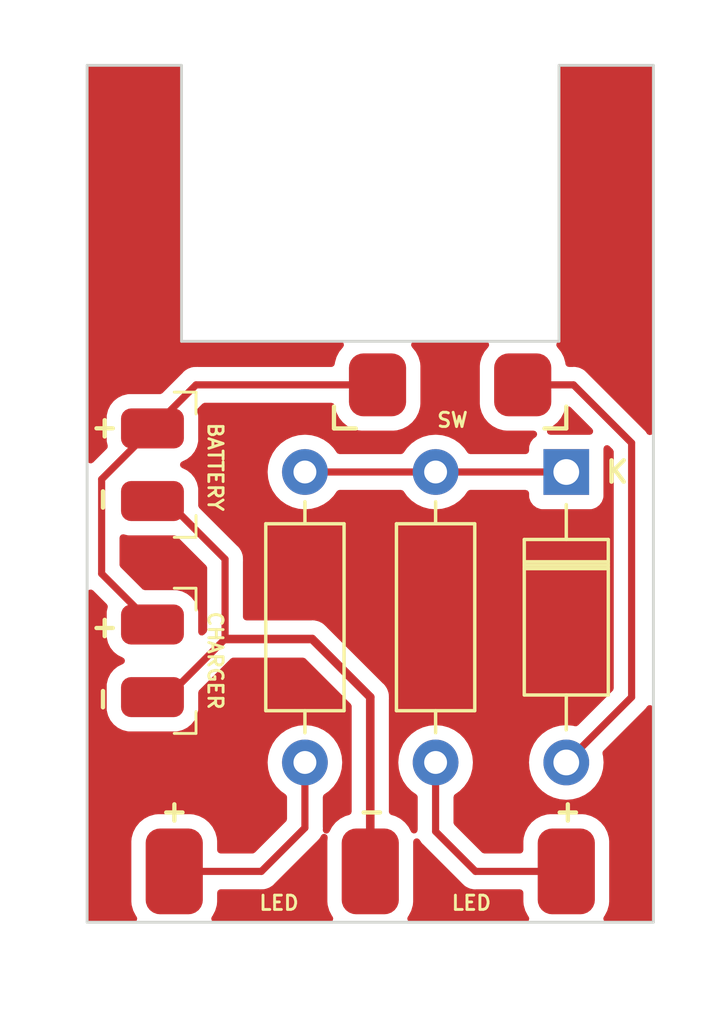
<source format=kicad_pcb>
(kicad_pcb (version 20221018) (generator pcbnew)
  (layers (0 "F.Cu" signal) (31 "B.Cu" signal) (34 "B.Paste" user) (35 "F.Paste" user) (36 "B.SilkS" user "B.Silkscreen") (37 "F.SilkS" user "F.Silkscreen") (38 "B.Mask" user) (39 "F.Mask" user) (44 "Edge.Cuts" user))
  (net 0 "")
  (net 1 "VCC")
  (net 2 "GND")
  (net 3 "LED")
  (footprint "" (layer "F.Cu") (at 108.204 78.994)
    (fp_text reference "" (at 0 0) (layer "F.SilkS") (effects (font (size 1.27 1.27))))
    (fp_text value "" (at 0 0) (layer "F.SilkS") (effects (font (size 1.27 1.27))))
    (pad "" connect roundrect (at 0 0) (size 2 3) (layers "F.Cu" "F.Mask") (net 3 "LED"))
  )
  (footprint "" (layer "F.Cu") (at 101.346 78.994)
    (fp_text reference "" (at 0 0) (layer "F.SilkS") (effects (font (size 1.27 1.27))))
    (fp_text value "" (at 0 0) (layer "F.SilkS") (effects (font (size 1.27 1.27))))
    (pad "" connect roundrect (at 0 0) (size 2 3) (layers "F.Cu" "F.Mask") (net 2 "GND"))
  )
  (footprint "" (layer "F.Cu") (at 93.726 70.358 90)
    (fp_text reference "" (at 0 0 90) (layer "F.SilkS") (effects (font (size 1.27 1.27))))
    (fp_text value "" (at 0 0 90) (layer "F.SilkS") (effects (font (size 1.27 1.27))))
    (pad "" connect roundrect (at 0 0 90) (size 1.4 2.2) (layers "F.Cu" "F.Mask") (net 1 "VCC"))
  )
  (footprint "" (layer "F.Cu") (at 93.726 72.898 90)
    (fp_text reference "" (at 0 0 90) (layer "F.SilkS") (effects (font (size 1.27 1.27))))
    (fp_text value "" (at 0 0 90) (layer "F.SilkS") (effects (font (size 1.27 1.27))))
    (pad "" connect roundrect (at 0 0 90) (size 1.4 2.2) (layers "F.Cu" "F.Mask") (net 2 "GND"))
  )
  (footprint "Resistor_THT:R_Axial_DIN0207_L6.3mm_D2.5mm_P10.16mm_Horizontal" (layer "F.Cu") (at 99.06 75.184 90)
    (fp_text reference "REF**" hide)
    (fp_text value "R_Axial_DIN0207_L6.3mm_D2.5mm_P10.16mm_Horizontal" hide)
    (fp_line (start 1.04 0) (end 1.81 0) (stroke (width 0.12)) (layer "F.SilkS"))
    (fp_line (start 1.81 -1.37) (end 1.81 1.37) (stroke (width 0.12)) (layer "F.SilkS"))
    (fp_line (start 1.81 1.37) (end 8.35 1.37) (stroke (width 0.12)) (layer "F.SilkS"))
    (fp_line (start 8.35 -1.37) (end 1.81 -1.37) (stroke (width 0.12)) (layer "F.SilkS"))
    (fp_line (start 8.35 1.37) (end 8.35 -1.37) (stroke (width 0.12)) (layer "F.SilkS"))
    (fp_line (start 9.12 0) (end 8.35 0) (stroke (width 0.12)) (layer "F.SilkS"))
    (pad "1" thru_hole circle (at 0 0 90) (size 1.6 1.6) (drill 0.8) (layers "*.Cu" "*.Mask") (net 3 "LED"))
    (pad "2" thru_hole oval (at 10.16 0 90) (size 1.6 1.6) (drill 0.8) (layers "*.Cu" "*.Mask") (net 1 "VCC"))
  )
  (footprint "" (layer "F.Cu") (at 101.6 61.976)
    (fp_text reference "" (at 0 0) (layer "F.SilkS") (effects (font (size 1.27 1.27))))
    (fp_text value "" (at 0 0) (layer "F.SilkS") (effects (font (size 1.27 1.27))))
    (pad "" connect roundrect (at 0 0) (size 2 2.2) (layers "F.Cu" "F.Mask") (net 1 "VCC"))
  )
  (footprint "Diode_THT:D_A-405_P10.16mm_Horizontal" (layer "F.Cu") (at 108.204 65.024 -90)
    (fp_text reference "REF**" hide)
    (fp_text value "D_A-405_P10.16mm_Horizontal" hide)
    (fp_text user "K" (at 0 -1.778 180) (layer "F.SilkS") (effects (font (size 0.75 0.75))))
    (fp_line (start 1.14 0) (end 2.36 0) (stroke (width 0.12)) (layer "F.SilkS"))
    (fp_line (start 2.36 -1.47) (end 2.36 1.47) (stroke (width 0.12)) (layer "F.SilkS"))
    (fp_line (start 2.36 1.47) (end 7.8 1.47) (stroke (width 0.12)) (layer "F.SilkS"))
    (fp_line (start 3.14 -1.47) (end 3.14 1.47) (stroke (width 0.12)) (layer "F.SilkS"))
    (fp_line (start 3.26 -1.47) (end 3.26 1.47) (stroke (width 0.12)) (layer "F.SilkS"))
    (fp_line (start 3.38 -1.47) (end 3.38 1.47) (stroke (width 0.12)) (layer "F.SilkS"))
    (fp_line (start 7.8 -1.47) (end 2.36 -1.47) (stroke (width 0.12)) (layer "F.SilkS"))
    (fp_line (start 7.8 1.47) (end 7.8 -1.47) (stroke (width 0.12)) (layer "F.SilkS"))
    (fp_line (start 9.02 0) (end 7.8 0) (stroke (width 0.12)) (layer "F.SilkS"))
    (pad "1" thru_hole rect (at 0 0 270) (size 1.6 1.6) (drill 0.9) (layers "*.Cu" "*.Mask") (net 1 "VCC"))
    (pad "2" thru_hole oval (at 10.16 0 270) (size 1.6 1.6) (drill 0.9) (layers "*.Cu" "*.Mask") (net 1 "VCC"))
  )
  (footprint "Resistor_THT:R_Axial_DIN0207_L6.3mm_D2.5mm_P10.16mm_Horizontal" (layer "F.Cu") (at 103.632 75.184 90)
    (fp_text reference "REF**" hide)
    (fp_text value "R_Axial_DIN0207_L6.3mm_D2.5mm_P10.16mm_Horizontal" hide)
    (fp_line (start 1.04 0) (end 1.81 0) (stroke (width 0.12)) (layer "F.SilkS"))
    (fp_line (start 1.81 -1.37) (end 1.81 1.37) (stroke (width 0.12)) (layer "F.SilkS"))
    (fp_line (start 1.81 1.37) (end 8.35 1.37) (stroke (width 0.12)) (layer "F.SilkS"))
    (fp_line (start 8.35 -1.37) (end 1.81 -1.37) (stroke (width 0.12)) (layer "F.SilkS"))
    (fp_line (start 8.35 1.37) (end 8.35 -1.37) (stroke (width 0.12)) (layer "F.SilkS"))
    (fp_line (start 9.12 0) (end 8.35 0) (stroke (width 0.12)) (layer "F.SilkS"))
    (pad "1" thru_hole circle (at 0 0 90) (size 1.6 1.6) (drill 0.8) (layers "*.Cu" "*.Mask") (net 3 "LED"))
    (pad "2" thru_hole oval (at 10.16 0 90) (size 1.6 1.6) (drill 0.8) (layers "*.Cu" "*.Mask") (net 1 "VCC"))
  )
  (footprint "" (layer "F.Cu") (at 93.726 66.04 90)
    (fp_text reference "" (at 0 0 90) (layer "F.SilkS") (effects (font (size 1.27 1.27))))
    (fp_text value "" (at 0 0 90) (layer "F.SilkS") (effects (font (size 1.27 1.27))))
    (pad "" connect roundrect (at 0 0 90) (size 1.4 2.2) (layers "F.Cu" "F.Mask") (net 2 "GND"))
  )
  (footprint "" (layer "F.Cu") (at 93.726 63.5 90)
    (fp_text reference "" (at 0 0 90) (layer "F.SilkS") (effects (font (size 1.27 1.27))))
    (fp_text value "" (at 0 0 90) (layer "F.SilkS") (effects (font (size 1.27 1.27))))
    (pad "" connect roundrect (at 0 0 90) (size 1.4 2.2) (layers "F.Cu" "F.Mask") (net 1 "VCC"))
  )
  (footprint "" (layer "F.Cu") (at 94.488 78.994)
    (fp_text reference "" (at 0 0) (layer "F.SilkS") (effects (font (size 1.27 1.27))))
    (fp_text value "" (at 0 0) (layer "F.SilkS") (effects (font (size 1.27 1.27))))
    (pad "" connect roundrect (at 0 0) (size 2 3) (layers "F.Cu" "F.Mask") (net 3 "LED"))
  )
  (footprint "" (layer "F.Cu") (at 106.68 61.976)
    (fp_text reference "" (at 0 0) (layer "F.SilkS") (effects (font (size 1.27 1.27))))
    (fp_text value "" (at 0 0) (layer "F.SilkS") (effects (font (size 1.27 1.27))))
    (pad "" connect roundrect (at 0 0) (size 2 2.2) (layers "F.Cu" "F.Mask") (net 1 "VCC"))
  )
  (gr_line (start 100.076 63.5) (end 100.838 63.5) (stroke (width 0.15)) (layer "F.SilkS"))
  (gr_line (start 95.25 73.406) (end 95.25 74.168) (stroke (width 0.1)) (layer "F.SilkS"))
  (gr_line (start 108.204 63.5) (end 108.204 62.738) (stroke (width 0.15)) (layer "F.SilkS"))
  (gr_line (start 95.25 74.168) (end 94.488 74.168) (stroke (width 0.1)) (layer "F.SilkS"))
  (gr_line (start 94.488 62.23) (end 95.25 62.23) (stroke (width 0.1)) (layer "F.SilkS"))
  (gr_line (start 95.25 66.548) (end 95.25 67.31) (stroke (width 0.1)) (layer "F.SilkS"))
  (gr_line (start 107.442 63.5) (end 108.204 63.5) (stroke (width 0.15)) (layer "F.SilkS"))
  (gr_line (start 100.076 62.738) (end 100.076 63.5) (stroke (width 0.15)) (layer "F.SilkS"))
  (gr_line (start 95.25 62.23) (end 95.25 62.992) (stroke (width 0.1)) (layer "F.SilkS"))
  (gr_line (start 95.25 69.088) (end 95.25 69.85) (stroke (width 0.1)) (layer "F.SilkS"))
  (gr_line (start 95.25 67.31) (end 94.488 67.31) (stroke (width 0.1)) (layer "F.SilkS"))
  (gr_line (start 94.488 69.088) (end 95.25 69.088) (stroke (width 0.1)) (layer "F.SilkS"))
  (gr_line (start 111.252 80.772) (end 111.252 50.8) (stroke (width 0.1)) (layer "Edge.Cuts"))
  (gr_line (start 111.252 50.8) (end 107.95 50.8) (stroke (width 0.1)) (layer "Edge.Cuts"))
  (gr_line (start 94.742 60.452) (end 107.95 60.452) (stroke (width 0.1)) (layer "Edge.Cuts"))
  (gr_line (start 91.44 50.8) (end 91.44 80.772) (stroke (width 0.1)) (layer "Edge.Cuts"))
  (gr_line (start 91.44 80.772) (end 111.252 80.772) (stroke (width 0.1)) (layer "Edge.Cuts"))
  (gr_line (start 107.95 60.452) (end 107.95 50.8) (stroke (width 0.1)) (layer "Edge.Cuts"))
  (gr_line (start 94.742 50.8) (end 94.742 60.452) (stroke (width 0.1)) (layer "Edge.Cuts"))
  (gr_line (start 94.742 50.8) (end 91.44 50.8) (stroke (width 0.1)) (layer "Edge.Cuts"))
  (gr_text "LED" (at 104.14 80.391) (layer "F.SilkS") (effects (font (size 0.5 0.5) (thickness 0.1)) (justify left bottom)))
  (gr_text "+" (at 91.4908 63.881) (layer "F.SilkS") (effects (font (size 0.75 0.75)) (justify left bottom)))
  (gr_text "SW" (at 103.632 63.5) (layer "F.SilkS") (effects (font (size 0.5 0.5) (thickness 0.1)) (justify left bottom)))
  (gr_text "+" (at 93.9292 77.3176) (layer "F.SilkS") (effects (font (size 0.75 0.75)) (justify left bottom)))
  (gr_text "-" (at 100.838 77.3176) (layer "F.SilkS") (effects (font (size 0.75 0.75)) (justify left bottom)))
  (gr_text "-" (at 92.3798 73.533 90) (layer "F.SilkS") (effects (font (size 0.75 0.75)) (justify left bottom)))
  (gr_text "+" (at 107.696 77.3176) (layer "F.SilkS") (effects (font (size 0.75 0.75)) (justify left bottom)))
  (gr_text "LED" (at 97.409 80.391) (layer "F.SilkS") (effects (font (size 0.5 0.5) (thickness 0.1)) (justify left bottom)))
  (gr_text "-" (at 92.3798 66.548 90) (layer "F.SilkS") (effects (font (size 0.75 0.75)) (justify left bottom)))
  (gr_text "+" (at 91.4908 70.866) (layer "F.SilkS") (effects (font (size 0.75 0.75)) (justify left bottom)))
  (gr_text "BATTERY" (at 95.631 63.246 270) (layer "F.SilkS") (effects (font (size 0.5 0.5) (thickness 0.1)) (justify left bottom)))
  (gr_text "CHARGER\n" (at 95.631 69.85 270) (layer "F.SilkS") (effects (font (size 0.5 0.5) (thickness 0.1)) (justify left bottom)))
  (segment (start 91.948 65.278) (end 95.25 61.976) (width 0.25) (layer "F.Cu") (net 1))
  (segment (start 95.25 61.976) (end 101.6 61.976) (width 0.25) (layer "F.Cu") (net 1))
  (segment (start 91.948 68.58) (end 91.948 65.278) (width 0.25) (layer "F.Cu") (net 1))
  (segment (start 108.458 61.976) (end 106.68 61.976) (width 0.25) (layer "F.Cu") (net 1))
  (segment (start 110.49 64.008) (end 108.458 61.976) (width 0.25) (layer "F.Cu") (net 1))
  (segment (start 110.49 72.898) (end 110.49 64.008) (width 0.25) (layer "F.Cu") (net 1))
  (segment (start 108.204 75.184) (end 110.49 72.898) (width 0.25) (layer "F.Cu") (net 1))
  (segment (start 93.726 70.358) (end 91.948 68.58) (width 0.25) (layer "F.Cu") (net 1))
  (segment (start 108.204 65.024) (end 99.06 65.024) (width 0.25) (layer "F.Cu") (net 1))
  (segment (start 99.314 70.866) (end 96.266 70.866) (width 0.3) (layer "F.Cu") (net 2))
  (segment (start 96.266 68.072) (end 96.266 70.866) (width 0.25) (layer "F.Cu") (net 2))
  (segment (start 101.346 72.898) (end 99.314 70.866) (width 0.3) (layer "F.Cu") (net 2))
  (segment (start 101.346 79.248) (end 101.346 72.898) (width 0.3) (layer "F.Cu") (net 2))
  (segment (start 94.234 66.04) (end 96.266 68.072) (width 0.25) (layer "F.Cu") (net 2))
  (segment (start 96.266 70.866) (end 94.234 72.898) (width 0.25) (layer "F.Cu") (net 2))
  (segment (start 103.632 75.692) (end 103.632 77.597) (width 0.25) (layer "F.Cu") (net 3))
  (segment (start 99.06 77.47) (end 97.536 78.994) (width 0.25) (layer "F.Cu") (net 3))
  (segment (start 99.06 75.184) (end 99.06 77.47) (width 0.25) (layer "F.Cu") (net 3))
  (segment (start 105.029 78.994) (end 108.204 78.994) (width 0.25) (layer "F.Cu") (net 3))
  (segment (start 103.632 77.597) (end 105.029 78.994) (width 0.25) (layer "F.Cu") (net 3))
  (segment (start 97.536 78.994) (end 94.488 78.994) (width 0.25) (layer "F.Cu") (net 3))
  (zone (net 0) (net_name "") (layer "F.Cu") (connect_pads (clearance 0.5)) (min_thickness 0.25) (fill yes (thermal_gap 0.5) (thermal_bridge_width 0.5) (island_removal_mode 1) (island_area_min 10))
    (polygon (pts (xy 88.392 48.514) (xy 88.392 84.328) (xy 113.792 84.328) (xy 113.792 48.514)))
  )
)
</source>
